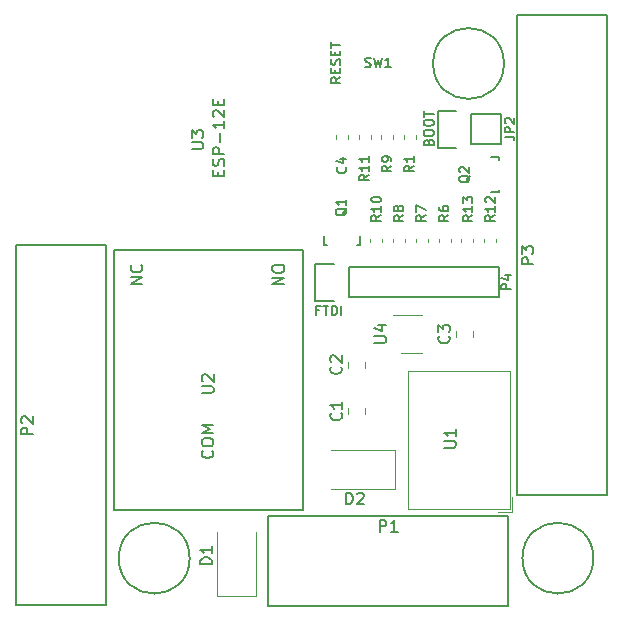
<source format=gto>
G04 #@! TF.GenerationSoftware,KiCad,Pcbnew,(5.1.2-1)-1*
G04 #@! TF.CreationDate,2019-08-03T00:50:44+01:00*
G04 #@! TF.ProjectId,onyx_robot,6f6e7978-5f72-46f6-926f-742e6b696361,rev?*
G04 #@! TF.SameCoordinates,Original*
G04 #@! TF.FileFunction,Legend,Top*
G04 #@! TF.FilePolarity,Positive*
%FSLAX46Y46*%
G04 Gerber Fmt 4.6, Leading zero omitted, Abs format (unit mm)*
G04 Created by KiCad (PCBNEW (5.1.2-1)-1) date 2019-08-03 00:50:44*
%MOMM*%
%LPD*%
G04 APERTURE LIST*
%ADD10C,0.150000*%
%ADD11C,0.120000*%
G04 APERTURE END LIST*
D10*
X45008800Y-59471560D02*
X45008800Y-89951560D01*
X45008800Y-89951560D02*
X52628800Y-89951560D01*
X52628800Y-89951560D02*
X52628800Y-59471560D01*
X52628800Y-59471560D02*
X45008800Y-59471560D01*
X69290000Y-81860000D02*
X53290000Y-81860000D01*
X69290000Y-59860000D02*
X69290000Y-81860000D01*
X53290000Y-59860000D02*
X69290000Y-59860000D01*
X53290000Y-81860000D02*
X53290000Y-59860000D01*
D11*
X73140000Y-69308922D02*
X73140000Y-69826078D01*
X74560000Y-69308922D02*
X74560000Y-69826078D01*
X74550000Y-73756078D02*
X74550000Y-73238922D01*
X73130000Y-73756078D02*
X73130000Y-73238922D01*
X79410000Y-65360000D02*
X76960000Y-65360000D01*
X77610000Y-68580000D02*
X79410000Y-68580000D01*
X87060000Y-82031000D02*
X87060000Y-80791000D01*
X85820000Y-82031000D02*
X87060000Y-82031000D01*
X78200000Y-70070000D02*
X86820000Y-70070000D01*
X78200000Y-81791000D02*
X86820000Y-81791000D01*
X86820000Y-81791000D02*
X86820000Y-70070000D01*
X78200000Y-81791000D02*
X78200000Y-70070000D01*
X83763200Y-59213579D02*
X83763200Y-58888021D01*
X82743200Y-59213579D02*
X82743200Y-58888021D01*
X85693600Y-59213579D02*
X85693600Y-58888021D01*
X84673600Y-59213579D02*
X84673600Y-58888021D01*
X75059000Y-50454779D02*
X75059000Y-50129221D01*
X74039000Y-50454779D02*
X74039000Y-50129221D01*
X75021600Y-58888021D02*
X75021600Y-59213579D01*
X76041600Y-58888021D02*
X76041600Y-59213579D01*
X76964000Y-50454779D02*
X76964000Y-50129221D01*
X75944000Y-50454779D02*
X75944000Y-50129221D01*
X77972000Y-59213579D02*
X77972000Y-58888021D01*
X76952000Y-59213579D02*
X76952000Y-58888021D01*
X79902400Y-59213579D02*
X79902400Y-58888021D01*
X78882400Y-59213579D02*
X78882400Y-58888021D01*
X80812800Y-58888021D02*
X80812800Y-59213579D01*
X81832800Y-58888021D02*
X81832800Y-59213579D01*
X77849000Y-50103721D02*
X77849000Y-50429279D01*
X78869000Y-50103721D02*
X78869000Y-50429279D01*
X77100000Y-80090000D02*
X71700000Y-80090000D01*
X77100000Y-76790000D02*
X71700000Y-76790000D01*
X77100000Y-80090000D02*
X77100000Y-76790000D01*
X62040000Y-89120000D02*
X62040000Y-83720000D01*
X65340000Y-89120000D02*
X65340000Y-83720000D01*
X62040000Y-89120000D02*
X65340000Y-89120000D01*
X73154000Y-50454779D02*
X73154000Y-50129221D01*
X72134000Y-50454779D02*
X72134000Y-50129221D01*
X82270000Y-66733922D02*
X82270000Y-67251078D01*
X83690000Y-66733922D02*
X83690000Y-67251078D01*
D10*
X87439500Y-80645000D02*
X87439500Y-40005000D01*
X87439500Y-40005000D02*
X95059500Y-40005000D01*
X95059500Y-40005000D02*
X95059500Y-80645000D01*
X95059500Y-80645000D02*
X87439500Y-80645000D01*
X83566000Y-48387000D02*
X86106000Y-48387000D01*
X80746000Y-48107000D02*
X82296000Y-48107000D01*
X83566000Y-48387000D02*
X83566000Y-50927000D01*
X82296000Y-51207000D02*
X80746000Y-51207000D01*
X80746000Y-51207000D02*
X80746000Y-48107000D01*
X83566000Y-50927000D02*
X86106000Y-50927000D01*
X86106000Y-50927000D02*
X86106000Y-48387000D01*
X73187180Y-61316480D02*
X85887180Y-61316480D01*
X85887180Y-61316480D02*
X85887180Y-63856480D01*
X85887180Y-63856480D02*
X73187180Y-63856480D01*
X70367180Y-61036480D02*
X71917180Y-61036480D01*
X73187180Y-61316480D02*
X73187180Y-63856480D01*
X71917180Y-64136480D02*
X70367180Y-64136480D01*
X70367180Y-64136480D02*
X70367180Y-61036480D01*
X71324140Y-59416560D02*
X71372400Y-59416560D01*
X74123120Y-58715520D02*
X74123120Y-59416560D01*
X74123120Y-59416560D02*
X73874200Y-59416560D01*
X71324140Y-59416560D02*
X71123480Y-59416560D01*
X71123480Y-59416560D02*
X71123480Y-58715520D01*
X85960840Y-54787360D02*
X85960840Y-54739100D01*
X85259800Y-51988380D02*
X85960840Y-51988380D01*
X85960840Y-51988380D02*
X85960840Y-52237300D01*
X85960840Y-54787360D02*
X85960840Y-54988020D01*
X85960840Y-54988020D02*
X85259800Y-54988020D01*
X86707600Y-90026100D02*
X66387600Y-90026100D01*
X66387600Y-82406100D02*
X86707600Y-82406100D01*
X86707600Y-90026100D02*
X86707600Y-82406100D01*
X66387600Y-82406100D02*
X66387600Y-90026100D01*
X59735600Y-85949400D02*
G75*
G03X59735600Y-85949400I-3000000J0D01*
G01*
X93911300Y-85949400D02*
G75*
G03X93911300Y-85949400I-3000000J0D01*
G01*
X86342100Y-44064800D02*
G75*
G03X86342100Y-44064800I-3000000J0D01*
G01*
X59904380Y-51307904D02*
X60713904Y-51307904D01*
X60809142Y-51260285D01*
X60856761Y-51212666D01*
X60904380Y-51117428D01*
X60904380Y-50926952D01*
X60856761Y-50831714D01*
X60809142Y-50784095D01*
X60713904Y-50736476D01*
X59904380Y-50736476D01*
X59904380Y-50355523D02*
X59904380Y-49736476D01*
X60285333Y-50069809D01*
X60285333Y-49926952D01*
X60332952Y-49831714D01*
X60380571Y-49784095D01*
X60475809Y-49736476D01*
X60713904Y-49736476D01*
X60809142Y-49784095D01*
X60856761Y-49831714D01*
X60904380Y-49926952D01*
X60904380Y-50212666D01*
X60856761Y-50307904D01*
X60809142Y-50355523D01*
X62150571Y-53578285D02*
X62150571Y-53244952D01*
X62674380Y-53102095D02*
X62674380Y-53578285D01*
X61674380Y-53578285D01*
X61674380Y-53102095D01*
X62626761Y-52721142D02*
X62674380Y-52578285D01*
X62674380Y-52340190D01*
X62626761Y-52244952D01*
X62579142Y-52197333D01*
X62483904Y-52149714D01*
X62388666Y-52149714D01*
X62293428Y-52197333D01*
X62245809Y-52244952D01*
X62198190Y-52340190D01*
X62150571Y-52530666D01*
X62102952Y-52625904D01*
X62055333Y-52673523D01*
X61960095Y-52721142D01*
X61864857Y-52721142D01*
X61769619Y-52673523D01*
X61722000Y-52625904D01*
X61674380Y-52530666D01*
X61674380Y-52292571D01*
X61722000Y-52149714D01*
X62674380Y-51721142D02*
X61674380Y-51721142D01*
X61674380Y-51340190D01*
X61722000Y-51244952D01*
X61769619Y-51197333D01*
X61864857Y-51149714D01*
X62007714Y-51149714D01*
X62102952Y-51197333D01*
X62150571Y-51244952D01*
X62198190Y-51340190D01*
X62198190Y-51721142D01*
X62293428Y-50721142D02*
X62293428Y-49959238D01*
X62674380Y-48959238D02*
X62674380Y-49530666D01*
X62674380Y-49244952D02*
X61674380Y-49244952D01*
X61817238Y-49340190D01*
X61912476Y-49435428D01*
X61960095Y-49530666D01*
X61769619Y-48578285D02*
X61722000Y-48530666D01*
X61674380Y-48435428D01*
X61674380Y-48197333D01*
X61722000Y-48102095D01*
X61769619Y-48054476D01*
X61864857Y-48006857D01*
X61960095Y-48006857D01*
X62102952Y-48054476D01*
X62674380Y-48625904D01*
X62674380Y-48006857D01*
X62150571Y-47578285D02*
X62150571Y-47244952D01*
X62674380Y-47102095D02*
X62674380Y-47578285D01*
X61674380Y-47578285D01*
X61674380Y-47102095D01*
X46477180Y-75477595D02*
X45477180Y-75477595D01*
X45477180Y-75096642D01*
X45524800Y-75001404D01*
X45572419Y-74953785D01*
X45667657Y-74906166D01*
X45810514Y-74906166D01*
X45905752Y-74953785D01*
X45953371Y-75001404D01*
X46000990Y-75096642D01*
X46000990Y-75477595D01*
X45572419Y-74525214D02*
X45524800Y-74477595D01*
X45477180Y-74382357D01*
X45477180Y-74144261D01*
X45524800Y-74049023D01*
X45572419Y-74001404D01*
X45667657Y-73953785D01*
X45762895Y-73953785D01*
X45905752Y-74001404D01*
X46477180Y-74572833D01*
X46477180Y-73953785D01*
X60772380Y-71971904D02*
X61581904Y-71971904D01*
X61677142Y-71924285D01*
X61724761Y-71876666D01*
X61772380Y-71781428D01*
X61772380Y-71590952D01*
X61724761Y-71495714D01*
X61677142Y-71448095D01*
X61581904Y-71400476D01*
X60772380Y-71400476D01*
X60867619Y-70971904D02*
X60820000Y-70924285D01*
X60772380Y-70829047D01*
X60772380Y-70590952D01*
X60820000Y-70495714D01*
X60867619Y-70448095D01*
X60962857Y-70400476D01*
X61058095Y-70400476D01*
X61200952Y-70448095D01*
X61772380Y-71019523D01*
X61772380Y-70400476D01*
X55742380Y-62745714D02*
X54742380Y-62745714D01*
X55742380Y-62174285D01*
X54742380Y-62174285D01*
X55647142Y-61126666D02*
X55694761Y-61174285D01*
X55742380Y-61317142D01*
X55742380Y-61412380D01*
X55694761Y-61555238D01*
X55599523Y-61650476D01*
X55504285Y-61698095D01*
X55313809Y-61745714D01*
X55170952Y-61745714D01*
X54980476Y-61698095D01*
X54885238Y-61650476D01*
X54790000Y-61555238D01*
X54742380Y-61412380D01*
X54742380Y-61317142D01*
X54790000Y-61174285D01*
X54837619Y-61126666D01*
X67742380Y-62769523D02*
X66742380Y-62769523D01*
X67742380Y-62198095D01*
X66742380Y-62198095D01*
X66742380Y-61531428D02*
X66742380Y-61340952D01*
X66790000Y-61245714D01*
X66885238Y-61150476D01*
X67075714Y-61102857D01*
X67409047Y-61102857D01*
X67599523Y-61150476D01*
X67694761Y-61245714D01*
X67742380Y-61340952D01*
X67742380Y-61531428D01*
X67694761Y-61626666D01*
X67599523Y-61721904D01*
X67409047Y-61769523D01*
X67075714Y-61769523D01*
X66885238Y-61721904D01*
X66790000Y-61626666D01*
X66742380Y-61531428D01*
X61647142Y-76845714D02*
X61694761Y-76893333D01*
X61742380Y-77036190D01*
X61742380Y-77131428D01*
X61694761Y-77274285D01*
X61599523Y-77369523D01*
X61504285Y-77417142D01*
X61313809Y-77464761D01*
X61170952Y-77464761D01*
X60980476Y-77417142D01*
X60885238Y-77369523D01*
X60790000Y-77274285D01*
X60742380Y-77131428D01*
X60742380Y-77036190D01*
X60790000Y-76893333D01*
X60837619Y-76845714D01*
X60742380Y-76226666D02*
X60742380Y-76036190D01*
X60790000Y-75940952D01*
X60885238Y-75845714D01*
X61075714Y-75798095D01*
X61409047Y-75798095D01*
X61599523Y-75845714D01*
X61694761Y-75940952D01*
X61742380Y-76036190D01*
X61742380Y-76226666D01*
X61694761Y-76321904D01*
X61599523Y-76417142D01*
X61409047Y-76464761D01*
X61075714Y-76464761D01*
X60885238Y-76417142D01*
X60790000Y-76321904D01*
X60742380Y-76226666D01*
X61742380Y-75369523D02*
X60742380Y-75369523D01*
X61456666Y-75036190D01*
X60742380Y-74702857D01*
X61742380Y-74702857D01*
X72527142Y-69736666D02*
X72574761Y-69784285D01*
X72622380Y-69927142D01*
X72622380Y-70022380D01*
X72574761Y-70165238D01*
X72479523Y-70260476D01*
X72384285Y-70308095D01*
X72193809Y-70355714D01*
X72050952Y-70355714D01*
X71860476Y-70308095D01*
X71765238Y-70260476D01*
X71670000Y-70165238D01*
X71622380Y-70022380D01*
X71622380Y-69927142D01*
X71670000Y-69784285D01*
X71717619Y-69736666D01*
X71717619Y-69355714D02*
X71670000Y-69308095D01*
X71622380Y-69212857D01*
X71622380Y-68974761D01*
X71670000Y-68879523D01*
X71717619Y-68831904D01*
X71812857Y-68784285D01*
X71908095Y-68784285D01*
X72050952Y-68831904D01*
X72622380Y-69403333D01*
X72622380Y-68784285D01*
X72547142Y-73664166D02*
X72594761Y-73711785D01*
X72642380Y-73854642D01*
X72642380Y-73949880D01*
X72594761Y-74092738D01*
X72499523Y-74187976D01*
X72404285Y-74235595D01*
X72213809Y-74283214D01*
X72070952Y-74283214D01*
X71880476Y-74235595D01*
X71785238Y-74187976D01*
X71690000Y-74092738D01*
X71642380Y-73949880D01*
X71642380Y-73854642D01*
X71690000Y-73711785D01*
X71737619Y-73664166D01*
X72642380Y-72711785D02*
X72642380Y-73283214D01*
X72642380Y-72997500D02*
X71642380Y-72997500D01*
X71785238Y-73092738D01*
X71880476Y-73187976D01*
X71928095Y-73283214D01*
X75372380Y-67721904D02*
X76181904Y-67721904D01*
X76277142Y-67674285D01*
X76324761Y-67626666D01*
X76372380Y-67531428D01*
X76372380Y-67340952D01*
X76324761Y-67245714D01*
X76277142Y-67198095D01*
X76181904Y-67150476D01*
X75372380Y-67150476D01*
X75705714Y-66245714D02*
X76372380Y-66245714D01*
X75324761Y-66483809D02*
X76039047Y-66721904D01*
X76039047Y-66102857D01*
X81282380Y-76601904D02*
X82091904Y-76601904D01*
X82187142Y-76554285D01*
X82234761Y-76506666D01*
X82282380Y-76411428D01*
X82282380Y-76220952D01*
X82234761Y-76125714D01*
X82187142Y-76078095D01*
X82091904Y-76030476D01*
X81282380Y-76030476D01*
X82282380Y-75030476D02*
X82282380Y-75601904D01*
X82282380Y-75316190D02*
X81282380Y-75316190D01*
X81425238Y-75411428D01*
X81520476Y-75506666D01*
X81568095Y-75601904D01*
X83679695Y-56910514D02*
X83292647Y-57181447D01*
X83679695Y-57374971D02*
X82866895Y-57374971D01*
X82866895Y-57065333D01*
X82905600Y-56987923D01*
X82944304Y-56949219D01*
X83021714Y-56910514D01*
X83137828Y-56910514D01*
X83215238Y-56949219D01*
X83253942Y-56987923D01*
X83292647Y-57065333D01*
X83292647Y-57374971D01*
X83679695Y-56136419D02*
X83679695Y-56600876D01*
X83679695Y-56368647D02*
X82866895Y-56368647D01*
X82983009Y-56446057D01*
X83060419Y-56523466D01*
X83099123Y-56600876D01*
X82866895Y-55865485D02*
X82866895Y-55362323D01*
X83176533Y-55633257D01*
X83176533Y-55517142D01*
X83215238Y-55439733D01*
X83253942Y-55401028D01*
X83331352Y-55362323D01*
X83524876Y-55362323D01*
X83602285Y-55401028D01*
X83640990Y-55439733D01*
X83679695Y-55517142D01*
X83679695Y-55749371D01*
X83640990Y-55826780D01*
X83602285Y-55865485D01*
X85584695Y-56910514D02*
X85197647Y-57181447D01*
X85584695Y-57374971D02*
X84771895Y-57374971D01*
X84771895Y-57065333D01*
X84810600Y-56987923D01*
X84849304Y-56949219D01*
X84926714Y-56910514D01*
X85042828Y-56910514D01*
X85120238Y-56949219D01*
X85158942Y-56987923D01*
X85197647Y-57065333D01*
X85197647Y-57374971D01*
X85584695Y-56136419D02*
X85584695Y-56600876D01*
X85584695Y-56368647D02*
X84771895Y-56368647D01*
X84888009Y-56446057D01*
X84965419Y-56523466D01*
X85004123Y-56600876D01*
X84849304Y-55826780D02*
X84810600Y-55788076D01*
X84771895Y-55710666D01*
X84771895Y-55517142D01*
X84810600Y-55439733D01*
X84849304Y-55401028D01*
X84926714Y-55362323D01*
X85004123Y-55362323D01*
X85120238Y-55401028D01*
X85584695Y-55865485D01*
X85584695Y-55362323D01*
X74916695Y-53481514D02*
X74529647Y-53752447D01*
X74916695Y-53945971D02*
X74103895Y-53945971D01*
X74103895Y-53636333D01*
X74142600Y-53558923D01*
X74181304Y-53520219D01*
X74258714Y-53481514D01*
X74374828Y-53481514D01*
X74452238Y-53520219D01*
X74490942Y-53558923D01*
X74529647Y-53636333D01*
X74529647Y-53945971D01*
X74916695Y-52707419D02*
X74916695Y-53171876D01*
X74916695Y-52939647D02*
X74103895Y-52939647D01*
X74220009Y-53017057D01*
X74297419Y-53094466D01*
X74336123Y-53171876D01*
X74916695Y-51933323D02*
X74916695Y-52397780D01*
X74916695Y-52165552D02*
X74103895Y-52165552D01*
X74220009Y-52242961D01*
X74297419Y-52320371D01*
X74336123Y-52397780D01*
X75932695Y-56910514D02*
X75545647Y-57181447D01*
X75932695Y-57374971D02*
X75119895Y-57374971D01*
X75119895Y-57065333D01*
X75158600Y-56987923D01*
X75197304Y-56949219D01*
X75274714Y-56910514D01*
X75390828Y-56910514D01*
X75468238Y-56949219D01*
X75506942Y-56987923D01*
X75545647Y-57065333D01*
X75545647Y-57374971D01*
X75932695Y-56136419D02*
X75932695Y-56600876D01*
X75932695Y-56368647D02*
X75119895Y-56368647D01*
X75236009Y-56446057D01*
X75313419Y-56523466D01*
X75352123Y-56600876D01*
X75119895Y-55633257D02*
X75119895Y-55555847D01*
X75158600Y-55478438D01*
X75197304Y-55439733D01*
X75274714Y-55401028D01*
X75429533Y-55362323D01*
X75623057Y-55362323D01*
X75777876Y-55401028D01*
X75855285Y-55439733D01*
X75893990Y-55478438D01*
X75932695Y-55555847D01*
X75932695Y-55633257D01*
X75893990Y-55710666D01*
X75855285Y-55749371D01*
X75777876Y-55788076D01*
X75623057Y-55826780D01*
X75429533Y-55826780D01*
X75274714Y-55788076D01*
X75197304Y-55749371D01*
X75158600Y-55710666D01*
X75119895Y-55633257D01*
X76821695Y-52713466D02*
X76434647Y-52984400D01*
X76821695Y-53177923D02*
X76008895Y-53177923D01*
X76008895Y-52868285D01*
X76047600Y-52790876D01*
X76086304Y-52752171D01*
X76163714Y-52713466D01*
X76279828Y-52713466D01*
X76357238Y-52752171D01*
X76395942Y-52790876D01*
X76434647Y-52868285D01*
X76434647Y-53177923D01*
X76821695Y-52326419D02*
X76821695Y-52171600D01*
X76782990Y-52094190D01*
X76744285Y-52055485D01*
X76628171Y-51978076D01*
X76473352Y-51939371D01*
X76163714Y-51939371D01*
X76086304Y-51978076D01*
X76047600Y-52016780D01*
X76008895Y-52094190D01*
X76008895Y-52249009D01*
X76047600Y-52326419D01*
X76086304Y-52365123D01*
X76163714Y-52403828D01*
X76357238Y-52403828D01*
X76434647Y-52365123D01*
X76473352Y-52326419D01*
X76512057Y-52249009D01*
X76512057Y-52094190D01*
X76473352Y-52016780D01*
X76434647Y-51978076D01*
X76357238Y-51939371D01*
X77837695Y-56904466D02*
X77450647Y-57175400D01*
X77837695Y-57368923D02*
X77024895Y-57368923D01*
X77024895Y-57059285D01*
X77063600Y-56981876D01*
X77102304Y-56943171D01*
X77179714Y-56904466D01*
X77295828Y-56904466D01*
X77373238Y-56943171D01*
X77411942Y-56981876D01*
X77450647Y-57059285D01*
X77450647Y-57368923D01*
X77373238Y-56440009D02*
X77334533Y-56517419D01*
X77295828Y-56556123D01*
X77218419Y-56594828D01*
X77179714Y-56594828D01*
X77102304Y-56556123D01*
X77063600Y-56517419D01*
X77024895Y-56440009D01*
X77024895Y-56285190D01*
X77063600Y-56207780D01*
X77102304Y-56169076D01*
X77179714Y-56130371D01*
X77218419Y-56130371D01*
X77295828Y-56169076D01*
X77334533Y-56207780D01*
X77373238Y-56285190D01*
X77373238Y-56440009D01*
X77411942Y-56517419D01*
X77450647Y-56556123D01*
X77528057Y-56594828D01*
X77682876Y-56594828D01*
X77760285Y-56556123D01*
X77798990Y-56517419D01*
X77837695Y-56440009D01*
X77837695Y-56285190D01*
X77798990Y-56207780D01*
X77760285Y-56169076D01*
X77682876Y-56130371D01*
X77528057Y-56130371D01*
X77450647Y-56169076D01*
X77411942Y-56207780D01*
X77373238Y-56285190D01*
X79742695Y-56904466D02*
X79355647Y-57175400D01*
X79742695Y-57368923D02*
X78929895Y-57368923D01*
X78929895Y-57059285D01*
X78968600Y-56981876D01*
X79007304Y-56943171D01*
X79084714Y-56904466D01*
X79200828Y-56904466D01*
X79278238Y-56943171D01*
X79316942Y-56981876D01*
X79355647Y-57059285D01*
X79355647Y-57368923D01*
X78929895Y-56633533D02*
X78929895Y-56091666D01*
X79742695Y-56440009D01*
X81647695Y-56904466D02*
X81260647Y-57175400D01*
X81647695Y-57368923D02*
X80834895Y-57368923D01*
X80834895Y-57059285D01*
X80873600Y-56981876D01*
X80912304Y-56943171D01*
X80989714Y-56904466D01*
X81105828Y-56904466D01*
X81183238Y-56943171D01*
X81221942Y-56981876D01*
X81260647Y-57059285D01*
X81260647Y-57368923D01*
X80834895Y-56207780D02*
X80834895Y-56362600D01*
X80873600Y-56440009D01*
X80912304Y-56478714D01*
X81028419Y-56556123D01*
X81183238Y-56594828D01*
X81492876Y-56594828D01*
X81570285Y-56556123D01*
X81608990Y-56517419D01*
X81647695Y-56440009D01*
X81647695Y-56285190D01*
X81608990Y-56207780D01*
X81570285Y-56169076D01*
X81492876Y-56130371D01*
X81299352Y-56130371D01*
X81221942Y-56169076D01*
X81183238Y-56207780D01*
X81144533Y-56285190D01*
X81144533Y-56440009D01*
X81183238Y-56517419D01*
X81221942Y-56556123D01*
X81299352Y-56594828D01*
X78726695Y-52713466D02*
X78339647Y-52984400D01*
X78726695Y-53177923D02*
X77913895Y-53177923D01*
X77913895Y-52868285D01*
X77952600Y-52790876D01*
X77991304Y-52752171D01*
X78068714Y-52713466D01*
X78184828Y-52713466D01*
X78262238Y-52752171D01*
X78300942Y-52790876D01*
X78339647Y-52868285D01*
X78339647Y-53177923D01*
X78726695Y-51939371D02*
X78726695Y-52403828D01*
X78726695Y-52171600D02*
X77913895Y-52171600D01*
X78030009Y-52249009D01*
X78107419Y-52326419D01*
X78146123Y-52403828D01*
X72961904Y-81392380D02*
X72961904Y-80392380D01*
X73200000Y-80392380D01*
X73342857Y-80440000D01*
X73438095Y-80535238D01*
X73485714Y-80630476D01*
X73533333Y-80820952D01*
X73533333Y-80963809D01*
X73485714Y-81154285D01*
X73438095Y-81249523D01*
X73342857Y-81344761D01*
X73200000Y-81392380D01*
X72961904Y-81392380D01*
X73914285Y-80487619D02*
X73961904Y-80440000D01*
X74057142Y-80392380D01*
X74295238Y-80392380D01*
X74390476Y-80440000D01*
X74438095Y-80487619D01*
X74485714Y-80582857D01*
X74485714Y-80678095D01*
X74438095Y-80820952D01*
X73866666Y-81392380D01*
X74485714Y-81392380D01*
X61642380Y-86458095D02*
X60642380Y-86458095D01*
X60642380Y-86220000D01*
X60690000Y-86077142D01*
X60785238Y-85981904D01*
X60880476Y-85934285D01*
X61070952Y-85886666D01*
X61213809Y-85886666D01*
X61404285Y-85934285D01*
X61499523Y-85981904D01*
X61594761Y-86077142D01*
X61642380Y-86220000D01*
X61642380Y-86458095D01*
X61642380Y-84934285D02*
X61642380Y-85505714D01*
X61642380Y-85220000D02*
X60642380Y-85220000D01*
X60785238Y-85315238D01*
X60880476Y-85410476D01*
X60928095Y-85505714D01*
X72934285Y-52840466D02*
X72972990Y-52879171D01*
X73011695Y-52995285D01*
X73011695Y-53072695D01*
X72972990Y-53188809D01*
X72895580Y-53266219D01*
X72818171Y-53304923D01*
X72663352Y-53343628D01*
X72547238Y-53343628D01*
X72392419Y-53304923D01*
X72315009Y-53266219D01*
X72237600Y-53188809D01*
X72198895Y-53072695D01*
X72198895Y-52995285D01*
X72237600Y-52879171D01*
X72276304Y-52840466D01*
X72469828Y-52143780D02*
X73011695Y-52143780D01*
X72160190Y-52337304D02*
X72740761Y-52530828D01*
X72740761Y-52027666D01*
X81677142Y-67146666D02*
X81724761Y-67194285D01*
X81772380Y-67337142D01*
X81772380Y-67432380D01*
X81724761Y-67575238D01*
X81629523Y-67670476D01*
X81534285Y-67718095D01*
X81343809Y-67765714D01*
X81200952Y-67765714D01*
X81010476Y-67718095D01*
X80915238Y-67670476D01*
X80820000Y-67575238D01*
X80772380Y-67432380D01*
X80772380Y-67337142D01*
X80820000Y-67194285D01*
X80867619Y-67146666D01*
X80772380Y-66813333D02*
X80772380Y-66194285D01*
X81153333Y-66527619D01*
X81153333Y-66384761D01*
X81200952Y-66289523D01*
X81248571Y-66241904D01*
X81343809Y-66194285D01*
X81581904Y-66194285D01*
X81677142Y-66241904D01*
X81724761Y-66289523D01*
X81772380Y-66384761D01*
X81772380Y-66670476D01*
X81724761Y-66765714D01*
X81677142Y-66813333D01*
X88844380Y-61063095D02*
X87844380Y-61063095D01*
X87844380Y-60682142D01*
X87892000Y-60586904D01*
X87939619Y-60539285D01*
X88034857Y-60491666D01*
X88177714Y-60491666D01*
X88272952Y-60539285D01*
X88320571Y-60586904D01*
X88368190Y-60682142D01*
X88368190Y-61063095D01*
X87844380Y-60158333D02*
X87844380Y-59539285D01*
X88225333Y-59872619D01*
X88225333Y-59729761D01*
X88272952Y-59634523D01*
X88320571Y-59586904D01*
X88415809Y-59539285D01*
X88653904Y-59539285D01*
X88749142Y-59586904D01*
X88796761Y-59634523D01*
X88844380Y-59729761D01*
X88844380Y-60015476D01*
X88796761Y-60110714D01*
X88749142Y-60158333D01*
X86414895Y-50279333D02*
X86995466Y-50279333D01*
X87111580Y-50318038D01*
X87188990Y-50395447D01*
X87227695Y-50511561D01*
X87227695Y-50588971D01*
X87227695Y-49892285D02*
X86414895Y-49892285D01*
X86414895Y-49582647D01*
X86453600Y-49505238D01*
X86492304Y-49466533D01*
X86569714Y-49427828D01*
X86685828Y-49427828D01*
X86763238Y-49466533D01*
X86801942Y-49505238D01*
X86840647Y-49582647D01*
X86840647Y-49892285D01*
X86492304Y-49118190D02*
X86453600Y-49079485D01*
X86414895Y-49002076D01*
X86414895Y-48808552D01*
X86453600Y-48731142D01*
X86492304Y-48692438D01*
X86569714Y-48653733D01*
X86647123Y-48653733D01*
X86763238Y-48692438D01*
X87227695Y-49156895D01*
X87227695Y-48653733D01*
X79964642Y-50709285D02*
X80003347Y-50593171D01*
X80042052Y-50554466D01*
X80119461Y-50515761D01*
X80235576Y-50515761D01*
X80312985Y-50554466D01*
X80351690Y-50593171D01*
X80390395Y-50670580D01*
X80390395Y-50980219D01*
X79577595Y-50980219D01*
X79577595Y-50709285D01*
X79616300Y-50631876D01*
X79655004Y-50593171D01*
X79732414Y-50554466D01*
X79809823Y-50554466D01*
X79887233Y-50593171D01*
X79925938Y-50631876D01*
X79964642Y-50709285D01*
X79964642Y-50980219D01*
X79577595Y-50012600D02*
X79577595Y-49857780D01*
X79616300Y-49780371D01*
X79693709Y-49702961D01*
X79848528Y-49664257D01*
X80119461Y-49664257D01*
X80274280Y-49702961D01*
X80351690Y-49780371D01*
X80390395Y-49857780D01*
X80390395Y-50012600D01*
X80351690Y-50090009D01*
X80274280Y-50167419D01*
X80119461Y-50206123D01*
X79848528Y-50206123D01*
X79693709Y-50167419D01*
X79616300Y-50090009D01*
X79577595Y-50012600D01*
X79577595Y-49161095D02*
X79577595Y-49006276D01*
X79616300Y-48928866D01*
X79693709Y-48851457D01*
X79848528Y-48812752D01*
X80119461Y-48812752D01*
X80274280Y-48851457D01*
X80351690Y-48928866D01*
X80390395Y-49006276D01*
X80390395Y-49161095D01*
X80351690Y-49238504D01*
X80274280Y-49315914D01*
X80119461Y-49354619D01*
X79848528Y-49354619D01*
X79693709Y-49315914D01*
X79616300Y-49238504D01*
X79577595Y-49161095D01*
X79577595Y-48580523D02*
X79577595Y-48116066D01*
X80390395Y-48348295D02*
X79577595Y-48348295D01*
X86943595Y-63172823D02*
X86130795Y-63172823D01*
X86130795Y-62863185D01*
X86169500Y-62785776D01*
X86208204Y-62747071D01*
X86285614Y-62708366D01*
X86401728Y-62708366D01*
X86479138Y-62747071D01*
X86517842Y-62785776D01*
X86556547Y-62863185D01*
X86556547Y-63172823D01*
X86401728Y-62011680D02*
X86943595Y-62011680D01*
X86092090Y-62205204D02*
X86672661Y-62398728D01*
X86672661Y-61895566D01*
X70707552Y-64965942D02*
X70436619Y-64965942D01*
X70436619Y-65391695D02*
X70436619Y-64578895D01*
X70823666Y-64578895D01*
X71017190Y-64578895D02*
X71481647Y-64578895D01*
X71249419Y-65391695D02*
X71249419Y-64578895D01*
X71752580Y-65391695D02*
X71752580Y-64578895D01*
X71946104Y-64578895D01*
X72062219Y-64617600D01*
X72139628Y-64695009D01*
X72178333Y-64772419D01*
X72217038Y-64927238D01*
X72217038Y-65043352D01*
X72178333Y-65198171D01*
X72139628Y-65275580D01*
X72062219Y-65352990D01*
X71946104Y-65391695D01*
X71752580Y-65391695D01*
X72565380Y-65391695D02*
X72565380Y-64578895D01*
X74600266Y-44342990D02*
X74716380Y-44381695D01*
X74909904Y-44381695D01*
X74987314Y-44342990D01*
X75026019Y-44304285D01*
X75064723Y-44226876D01*
X75064723Y-44149466D01*
X75026019Y-44072057D01*
X74987314Y-44033352D01*
X74909904Y-43994647D01*
X74755085Y-43955942D01*
X74677676Y-43917238D01*
X74638971Y-43878533D01*
X74600266Y-43801123D01*
X74600266Y-43723714D01*
X74638971Y-43646304D01*
X74677676Y-43607600D01*
X74755085Y-43568895D01*
X74948609Y-43568895D01*
X75064723Y-43607600D01*
X75335657Y-43568895D02*
X75529180Y-44381695D01*
X75684000Y-43801123D01*
X75838819Y-44381695D01*
X76032342Y-43568895D01*
X76767733Y-44381695D02*
X76303276Y-44381695D01*
X76535504Y-44381695D02*
X76535504Y-43568895D01*
X76458095Y-43685009D01*
X76380685Y-43762419D01*
X76303276Y-43801123D01*
X72503695Y-45224095D02*
X72116647Y-45495028D01*
X72503695Y-45688552D02*
X71690895Y-45688552D01*
X71690895Y-45378914D01*
X71729600Y-45301504D01*
X71768304Y-45262800D01*
X71845714Y-45224095D01*
X71961828Y-45224095D01*
X72039238Y-45262800D01*
X72077942Y-45301504D01*
X72116647Y-45378914D01*
X72116647Y-45688552D01*
X72077942Y-44875752D02*
X72077942Y-44604819D01*
X72503695Y-44488704D02*
X72503695Y-44875752D01*
X71690895Y-44875752D01*
X71690895Y-44488704D01*
X72464990Y-44179066D02*
X72503695Y-44062952D01*
X72503695Y-43869428D01*
X72464990Y-43792019D01*
X72426285Y-43753314D01*
X72348876Y-43714609D01*
X72271466Y-43714609D01*
X72194057Y-43753314D01*
X72155352Y-43792019D01*
X72116647Y-43869428D01*
X72077942Y-44024247D01*
X72039238Y-44101657D01*
X72000533Y-44140361D01*
X71923123Y-44179066D01*
X71845714Y-44179066D01*
X71768304Y-44140361D01*
X71729600Y-44101657D01*
X71690895Y-44024247D01*
X71690895Y-43830723D01*
X71729600Y-43714609D01*
X72077942Y-43366266D02*
X72077942Y-43095333D01*
X72503695Y-42979219D02*
X72503695Y-43366266D01*
X71690895Y-43366266D01*
X71690895Y-42979219D01*
X71690895Y-42746990D02*
X71690895Y-42282533D01*
X72503695Y-42514761D02*
X71690895Y-42514761D01*
X73015104Y-56337409D02*
X72976400Y-56414819D01*
X72898990Y-56492228D01*
X72782876Y-56608342D01*
X72744171Y-56685752D01*
X72744171Y-56763161D01*
X72937695Y-56724457D02*
X72898990Y-56801866D01*
X72821580Y-56879276D01*
X72666761Y-56917980D01*
X72395828Y-56917980D01*
X72241009Y-56879276D01*
X72163600Y-56801866D01*
X72124895Y-56724457D01*
X72124895Y-56569638D01*
X72163600Y-56492228D01*
X72241009Y-56414819D01*
X72395828Y-56376114D01*
X72666761Y-56376114D01*
X72821580Y-56414819D01*
X72898990Y-56492228D01*
X72937695Y-56569638D01*
X72937695Y-56724457D01*
X72937695Y-55602019D02*
X72937695Y-56066476D01*
X72937695Y-55834247D02*
X72124895Y-55834247D01*
X72241009Y-55911657D01*
X72318419Y-55989066D01*
X72357123Y-56066476D01*
X83455104Y-53557409D02*
X83416400Y-53634819D01*
X83338990Y-53712228D01*
X83222876Y-53828342D01*
X83184171Y-53905752D01*
X83184171Y-53983161D01*
X83377695Y-53944457D02*
X83338990Y-54021866D01*
X83261580Y-54099276D01*
X83106761Y-54137980D01*
X82835828Y-54137980D01*
X82681009Y-54099276D01*
X82603600Y-54021866D01*
X82564895Y-53944457D01*
X82564895Y-53789638D01*
X82603600Y-53712228D01*
X82681009Y-53634819D01*
X82835828Y-53596114D01*
X83106761Y-53596114D01*
X83261580Y-53634819D01*
X83338990Y-53712228D01*
X83377695Y-53789638D01*
X83377695Y-53944457D01*
X82642304Y-53286476D02*
X82603600Y-53247771D01*
X82564895Y-53170361D01*
X82564895Y-52976838D01*
X82603600Y-52899428D01*
X82642304Y-52860723D01*
X82719714Y-52822019D01*
X82797123Y-52822019D01*
X82913238Y-52860723D01*
X83377695Y-53325180D01*
X83377695Y-52822019D01*
X75822204Y-83722080D02*
X75822204Y-82722080D01*
X76203157Y-82722080D01*
X76298395Y-82769700D01*
X76346014Y-82817319D01*
X76393633Y-82912557D01*
X76393633Y-83055414D01*
X76346014Y-83150652D01*
X76298395Y-83198271D01*
X76203157Y-83245890D01*
X75822204Y-83245890D01*
X77346014Y-83722080D02*
X76774585Y-83722080D01*
X77060300Y-83722080D02*
X77060300Y-82722080D01*
X76965061Y-82864938D01*
X76869823Y-82960176D01*
X76774585Y-83007795D01*
M02*

</source>
